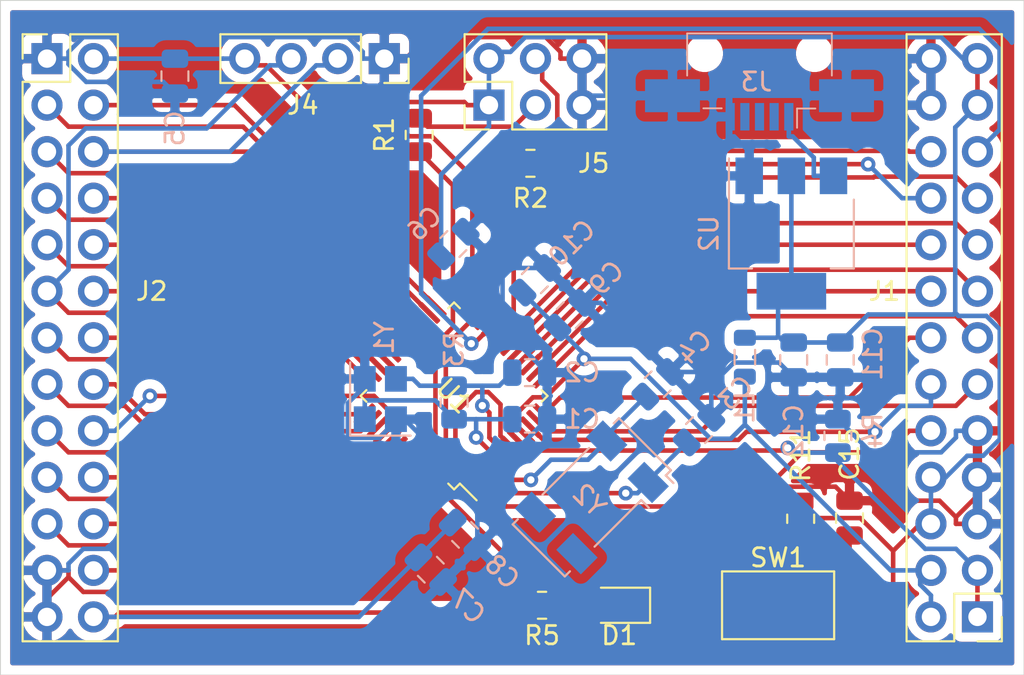
<source format=kicad_pcb>
(kicad_pcb (version 20171130) (host pcbnew 5.1.10)
  (layers (0 F.Cu signal) (31 B.Cu signal) (34 B.Paste user) (35 F.Paste user) (36 B.SilkS user) (37 F.SilkS user) (38 B.Mask user) (39 F.Mask user) (44 Edge.Cuts user))
  (net 0 "")
  (net 1 GND)
  (net 2 /RCC_OSC_IN)
  (net 3 /RCC_OSC_OUT)
  (net 4 /RCC_OSC32_IN)
  (net 5 /RCC_OSC32_OUT)
  (net 6 +3.3VA)
  (net 7 RESET)
  (net 8 "Net-(D1-Pad2)")
  (net 9 /BOOT0)
  (net 10 /BOOT1)
  (net 11 GNDA)
  (net 12 "Net-(U1-Pad1)")
  (net 13 "Net-(Y2-Pad3)")
  (net 14 "Net-(Y2-Pad2)")
  (net 15 +3V3)
  (net 16 /PA13)
  (net 17 /PB14)
  (net 18 /PB11)
  (net 19 /PB10)
  (net 20 /PB1)
  (net 21 /PB0)
  (net 22 /PA6)
  (net 23 /PA7)
  (net 24 /PA4)
  (net 25 /PA5)
  (net 26 /PA2)
  (net 27 /PA3)
  (net 28 /PA0)
  (net 29 /PA1)
  (net 30 /PC13)
  (net 31 /PB9)
  (net 32 /PB7)
  (net 33 /PB8)
  (net 34 /PB5)
  (net 35 /PB6)
  (net 36 /PB3)
  (net 37 /PB4)
  (net 38 /PA14)
  (net 39 /PA15)
  (net 40 /PF6)
  (net 41 /PF7)
  (net 42 /PA12)
  (net 43 /PA10)
  (net 44 /PA11)
  (net 45 /PA8)
  (net 46 /PA9)
  (net 47 /PB15)
  (net 48 /PB12)
  (net 49 /PB13)
  (net 50 VCC)
  (net 51 "Net-(J3-Pad2)")
  (net 52 "Net-(J3-Pad3)")
  (net 53 "Net-(J3-Pad4)")
  (net 54 "Net-(J5-Pad4)")
  (net 55 "Net-(J5-Pad3)")
  (module Connector_USB:USB_Mini-B_AdamTech_MUSB-B5-S-VT-TSMT-1_SMD_Vertical (layer B.Cu) (at 92.24 42.85 90)
    (fp_text reference J3 (at 0.305 -0.165) (layer B.SilkS) (effects (justify mirror)))
    (fp_text value USB_B_Mini hide)
    (pad 6 smd rect (at -0.45 4.75) (size 3 1.8) (layers B.Cu B.Paste B.Mask) (net 1 GND))
    (pad 6 smd rect (at -0.45 -4.75) (size 3 1.8) (layers B.Cu B.Paste B.Mask) (net 1 GND))
    (pad 1 smd rect (at -1.6 1.6) (size 0.5 1.5) (layers B.Cu B.Paste B.Mask) (net 50 VCC))
    (pad 2 smd rect (at -1.6 0.8) (size 0.5 1.5) (layers B.Cu B.Paste B.Mask) (net 51 "Net-(J3-Pad2)"))
    (pad 3 smd rect (at -1.6 0) (size 0.5 1.5) (layers B.Cu B.Paste B.Mask) (net 52 "Net-(J3-Pad3)"))
    (pad 4 smd rect (at -1.6 -0.8) (size 0.5 1.5) (layers B.Cu B.Paste B.Mask) (net 53 "Net-(J3-Pad4)"))
    (pad 5 smd rect (at -1.6 -1.6) (size 0.5 1.5) (layers B.Cu B.Paste B.Mask) (net 1 GND))
    (pad "" np_thru_hole circle (at 1.85 3) (size 1 1) (drill 1) (layers *.Cu *.Mask))
    (pad "" np_thru_hole circle (at 1.85 -3) (size 1 1) (drill 1) (layers *.Cu *.Mask))
  )
  (module Connector_PinHeader_2.54mm:PinHeader_2x13_P2.54mm_Vertical (layer F.Cu) (at 53.34 41.275)
    (fp_text reference J2 (at 5.715 12.7) (layer F.SilkS))
    (fp_text value Conn_02x13_Odd_Even hide)
    (pad 26 thru_hole oval (at 2.54 30.48) (size 1.7 1.7) (drill 1) (layers *.Cu *.Mask) (net 15 +3V3))
    (pad 25 thru_hole oval (at 0 30.48) (size 1.7 1.7) (drill 1) (layers *.Cu *.Mask) (net 1 GND))
    (pad 24 thru_hole oval (at 2.54 27.94) (size 1.7 1.7) (drill 1) (layers *.Cu *.Mask) (net 31 /PB9))
    (pad 23 thru_hole oval (at 0 27.94) (size 1.7 1.7) (drill 1) (layers *.Cu *.Mask) (net 1 GND))
    (pad 22 thru_hole oval (at 2.54 25.4) (size 1.7 1.7) (drill 1) (layers *.Cu *.Mask) (net 32 /PB7))
    (pad 21 thru_hole oval (at 0 25.4) (size 1.7 1.7) (drill 1) (layers *.Cu *.Mask) (net 33 /PB8))
    (pad 20 thru_hole oval (at 2.54 22.86) (size 1.7 1.7) (drill 1) (layers *.Cu *.Mask) (net 34 /PB5))
    (pad 19 thru_hole oval (at 0 22.86) (size 1.7 1.7) (drill 1) (layers *.Cu *.Mask) (net 35 /PB6))
    (pad 18 thru_hole oval (at 2.54 20.32) (size 1.7 1.7) (drill 1) (layers *.Cu *.Mask) (net 36 /PB3))
    (pad 17 thru_hole oval (at 0 20.32) (size 1.7 1.7) (drill 1) (layers *.Cu *.Mask) (net 37 /PB4))
    (pad 16 thru_hole oval (at 2.54 17.78) (size 1.7 1.7) (drill 1) (layers *.Cu *.Mask) (net 38 /PA14))
    (pad 15 thru_hole oval (at 0 17.78) (size 1.7 1.7) (drill 1) (layers *.Cu *.Mask) (net 39 /PA15))
    (pad 14 thru_hole oval (at 2.54 15.24) (size 1.7 1.7) (drill 1) (layers *.Cu *.Mask) (net 40 /PF6))
    (pad 13 thru_hole oval (at 0 15.24) (size 1.7 1.7) (drill 1) (layers *.Cu *.Mask) (net 41 /PF7))
    (pad 12 thru_hole oval (at 2.54 12.7) (size 1.7 1.7) (drill 1) (layers *.Cu *.Mask) (net 42 /PA12))
    (pad 11 thru_hole oval (at 0 12.7) (size 1.7 1.7) (drill 1) (layers *.Cu *.Mask) (net 16 /PA13))
    (pad 10 thru_hole oval (at 2.54 10.16) (size 1.7 1.7) (drill 1) (layers *.Cu *.Mask) (net 43 /PA10))
    (pad 9 thru_hole oval (at 0 10.16) (size 1.7 1.7) (drill 1) (layers *.Cu *.Mask) (net 44 /PA11))
    (pad 8 thru_hole oval (at 2.54 7.62) (size 1.7 1.7) (drill 1) (layers *.Cu *.Mask) (net 45 /PA8))
    (pad 7 thru_hole oval (at 0 7.62) (size 1.7 1.7) (drill 1) (layers *.Cu *.Mask) (net 46 /PA9))
    (pad 6 thru_hole oval (at 2.54 5.08) (size 1.7 1.7) (drill 1) (layers *.Cu *.Mask) (net 17 /PB14))
    (pad 5 thru_hole oval (at 0 5.08) (size 1.7 1.7) (drill 1) (layers *.Cu *.Mask) (net 47 /PB15))
    (pad 4 thru_hole oval (at 2.54 2.54) (size 1.7 1.7) (drill 1) (layers *.Cu *.Mask) (net 48 /PB12))
    (pad 3 thru_hole oval (at 0 2.54) (size 1.7 1.7) (drill 1) (layers *.Cu *.Mask) (net 49 /PB13))
    (pad 2 thru_hole oval (at 2.54 0) (size 1.7 1.7) (drill 1) (layers *.Cu *.Mask) (net 15 +3V3))
    (pad 1 thru_hole rect (at 0 0) (size 1.7 1.7) (drill 1) (layers *.Cu *.Mask) (net 1 GND))
  )
  (module Connector_PinHeader_2.54mm:PinHeader_2x13_P2.54mm_Vertical (layer F.Cu) (at 104.14 71.755 180)
    (fp_text reference J1 (at 5.08 17.78) (layer F.SilkS))
    (fp_text value Conn_02x13_Odd_Even hide)
    (pad 26 thru_hole oval (at 2.54 30.48 180) (size 1.7 1.7) (drill 1) (layers *.Cu *.Mask) (net 1 GND))
    (pad 25 thru_hole oval (at 0 30.48 180) (size 1.7 1.7) (drill 1) (layers *.Cu *.Mask) (net 15 +3V3))
    (pad 24 thru_hole oval (at 2.54 27.94 180) (size 1.7 1.7) (drill 1) (layers *.Cu *.Mask) (net 1 GND))
    (pad 23 thru_hole oval (at 0 27.94 180) (size 1.7 1.7) (drill 1) (layers *.Cu *.Mask) (net 15 +3V3))
    (pad 22 thru_hole oval (at 2.54 25.4 180) (size 1.7 1.7) (drill 1) (layers *.Cu *.Mask) (net 18 /PB11))
    (pad 21 thru_hole oval (at 0 25.4 180) (size 1.7 1.7) (drill 1) (layers *.Cu *.Mask) (net 19 /PB10))
    (pad 20 thru_hole oval (at 2.54 22.86 180) (size 1.7 1.7) (drill 1) (layers *.Cu *.Mask) (net 20 /PB1))
    (pad 19 thru_hole oval (at 0 22.86 180) (size 1.7 1.7) (drill 1) (layers *.Cu *.Mask) (net 21 /PB0))
    (pad 18 thru_hole oval (at 2.54 20.32 180) (size 1.7 1.7) (drill 1) (layers *.Cu *.Mask) (net 22 /PA6))
    (pad 17 thru_hole oval (at 0 20.32 180) (size 1.7 1.7) (drill 1) (layers *.Cu *.Mask) (net 23 /PA7))
    (pad 16 thru_hole oval (at 2.54 17.78 180) (size 1.7 1.7) (drill 1) (layers *.Cu *.Mask) (net 24 /PA4))
    (pad 15 thru_hole oval (at 0 17.78 180) (size 1.7 1.7) (drill 1) (layers *.Cu *.Mask) (net 25 /PA5))
    (pad 14 thru_hole oval (at 2.54 15.24 180) (size 1.7 1.7) (drill 1) (layers *.Cu *.Mask) (net 26 /PA2))
    (pad 13 thru_hole oval (at 0 15.24 180) (size 1.7 1.7) (drill 1) (layers *.Cu *.Mask) (net 27 /PA3))
    (pad 12 thru_hole oval (at 2.54 12.7 180) (size 1.7 1.7) (drill 1) (layers *.Cu *.Mask) (net 28 /PA0))
    (pad 11 thru_hole oval (at 0 12.7 180) (size 1.7 1.7) (drill 1) (layers *.Cu *.Mask) (net 29 /PA1))
    (pad 10 thru_hole oval (at 2.54 10.16 180) (size 1.7 1.7) (drill 1) (layers *.Cu *.Mask) (net 30 /PC13))
    (pad 9 thru_hole oval (at 0 10.16 180) (size 1.7 1.7) (drill 1) (layers *.Cu *.Mask) (net 1 GND))
    (pad 8 thru_hole oval (at 2.54 7.62 180) (size 1.7 1.7) (drill 1) (layers *.Cu *.Mask) (net 15 +3V3))
    (pad 7 thru_hole oval (at 0 7.62 180) (size 1.7 1.7) (drill 1) (layers *.Cu *.Mask) (net 1 GND))
    (pad 6 thru_hole oval (at 2.54 5.08 180) (size 1.7 1.7) (drill 1) (layers *.Cu *.Mask) (net 15 +3V3))
    (pad 5 thru_hole oval (at 0 5.08 180) (size 1.7 1.7) (drill 1) (layers *.Cu *.Mask) (net 1 GND))
    (pad 4 thru_hole oval (at 2.54 2.54 180) (size 1.7 1.7) (drill 1) (layers *.Cu *.Mask) (net 6 +3.3VA))
    (pad 3 thru_hole oval (at 0 2.54 180) (size 1.7 1.7) (drill 1) (layers *.Cu *.Mask) (net 11 GNDA))
    (pad 2 thru_hole oval (at 2.54 0 180) (size 1.7 1.7) (drill 1) (layers *.Cu *.Mask) (net 6 +3.3VA))
    (pad 1 thru_hole rect (at 0 0 180) (size 1.7 1.7) (drill 1) (layers *.Cu *.Mask) (net 11 GNDA))
  )
  (module Crystal:Crystal_SMD_3225-4Pin_3.2x2.5mm (layer B.Cu) (at 71.54 59.86 90)
    (fp_text reference Y1 (at 3.345 0.215 90) (layer B.SilkS) (effects (justify mirror)))
    (fp_text value 8M hide)
    (pad 4 smd rect (at -1.1 0.85 90) (size 1.4 1.2) (layers B.Cu B.Paste B.Mask) (net 1 GND))
    (pad 3 smd rect (at 1.1 0.85 90) (size 1.4 1.2) (layers B.Cu B.Paste B.Mask) (net 3 /RCC_OSC_OUT))
    (pad 2 smd rect (at 1.1 -0.85 90) (size 1.4 1.2) (layers B.Cu B.Paste B.Mask) (net 1 GND))
    (pad 1 smd rect (at -1.1 -0.85 90) (size 1.4 1.2) (layers B.Cu B.Paste B.Mask) (net 2 /RCC_OSC_IN))
  )
  (module Package_TO_SOT_SMD:SOT-223-3_TabPin2 (layer B.Cu) (at 93.98 50.825 270)
    (fp_text reference U2 (at 0 4.5 270) (layer B.SilkS) (effects (justify mirror)))
    (fp_text value AMS1117-3.3 hide)
    (pad 1 smd rect (at -3.15 2.3 270) (size 2 1.5) (layers B.Cu B.Paste B.Mask) (net 1 GND))
    (pad 3 smd rect (at -3.15 -2.3 270) (size 2 1.5) (layers B.Cu B.Paste B.Mask) (net 50 VCC))
    (pad 2 smd rect (at -3.15 0 270) (size 2 1.5) (layers B.Cu B.Paste B.Mask) (net 15 +3V3))
    (pad 2 smd rect (at 3.15 0 270) (size 2 3.8) (layers B.Cu B.Paste B.Mask) (net 15 +3V3))
  )
  (module Button_Switch_SMD:SW_SPST_CK_RS282G05A3 (layer F.Cu) (at 93.255 71.12)
    (fp_text reference SW1 (at 0 -2.6) (layer F.SilkS))
    (fp_text value SW_Push hide)
    (pad 2 smd rect (at 3.9 0) (size 1.5 1.5) (layers F.Cu F.Paste F.Mask) (net 7 RESET))
    (pad 1 smd rect (at -3.9 0) (size 1.5 1.5) (layers F.Cu F.Paste F.Mask) (net 1 GND))
  )
  (module Resistor_SMD:R_0805_2012Metric (layer F.Cu) (at 94.488 66.3975 90)
    (fp_text reference R11 (at 3.4525 0 90) (layer F.SilkS))
    (fp_text value 510R hide)
    (pad 2 smd roundrect (at 0.9125 0 90) (size 1.025 1.4) (layers F.Cu F.Paste F.Mask) (roundrect_rratio 0.2439014634146341) (net 15 +3V3))
    (pad 1 smd roundrect (at -0.9125 0 90) (size 1.025 1.4) (layers F.Cu F.Paste F.Mask) (roundrect_rratio 0.2439014634146341) (net 7 RESET))
  )
  (module Resistor_SMD:R_0805_2012Metric (layer F.Cu) (at 80.3675 71.12 180)
    (fp_text reference R5 (at 0 -1.65) (layer F.SilkS))
    (fp_text value 510R hide)
    (pad 2 smd roundrect (at 0.9125 0 180) (size 1.025 1.4) (layers F.Cu F.Paste F.Mask) (roundrect_rratio 0.2439014634146341) (net 15 +3V3))
    (pad 1 smd roundrect (at -0.9125 0 180) (size 1.025 1.4) (layers F.Cu F.Paste F.Mask) (roundrect_rratio 0.2439014634146341) (net 8 "Net-(D1-Pad2)"))
  )
  (module Resistor_SMD:R_0805_2012Metric (layer F.Cu) (at 79.7325 46.99)
    (fp_text reference R2 (at 0 1.905) (layer F.SilkS))
    (fp_text value 100K hide)
    (pad 2 smd roundrect (at 0.9125 0) (size 1.025 1.4) (layers F.Cu F.Paste F.Mask) (roundrect_rratio 0.2439014634146341) (net 54 "Net-(J5-Pad4)"))
    (pad 1 smd roundrect (at -0.9125 0) (size 1.025 1.4) (layers F.Cu F.Paste F.Mask) (roundrect_rratio 0.2439014634146341) (net 10 /BOOT1))
  )
  (module Resistor_SMD:R_0805_2012Metric (layer F.Cu) (at 73.66 45.4425 270)
    (fp_text reference R1 (at 0 1.905 90) (layer F.SilkS))
    (fp_text value 100K hide)
    (pad 2 smd roundrect (at 0.9125 0 270) (size 1.025 1.4) (layers F.Cu F.Paste F.Mask) (roundrect_rratio 0.2439014634146341) (net 9 /BOOT0))
    (pad 1 smd roundrect (at -0.9125 0 270) (size 1.025 1.4) (layers F.Cu F.Paste F.Mask) (roundrect_rratio 0.2439014634146341) (net 55 "Net-(J5-Pad3)"))
  )
  (module Connector_PinHeader_2.54mm:PinHeader_2x03_P2.54mm_Vertical (layer F.Cu) (at 77.47 43.815 90)
    (fp_text reference J5 (at -3.175 5.715 180) (layer F.SilkS))
    (fp_text value Conn_02x03_Odd_Even hide)
    (pad 6 thru_hole oval (at 2.54 5.08 90) (size 1.7 1.7) (drill 1) (layers *.Cu *.Mask) (net 1 GND))
    (pad 5 thru_hole oval (at 0 5.08 90) (size 1.7 1.7) (drill 1) (layers *.Cu *.Mask) (net 1 GND))
    (pad 4 thru_hole oval (at 2.54 2.54 90) (size 1.7 1.7) (drill 1) (layers *.Cu *.Mask) (net 54 "Net-(J5-Pad4)"))
    (pad 3 thru_hole oval (at 0 2.54 90) (size 1.7 1.7) (drill 1) (layers *.Cu *.Mask) (net 55 "Net-(J5-Pad3)"))
    (pad 2 thru_hole oval (at 2.54 0 90) (size 1.7 1.7) (drill 1) (layers *.Cu *.Mask) (net 15 +3V3))
    (pad 1 thru_hole rect (at 0 0 90) (size 1.7 1.7) (drill 1) (layers *.Cu *.Mask) (net 15 +3V3))
  )
  (module Connector_PinSocket_2.54mm:PinSocket_1x04_P2.54mm_Vertical (layer F.Cu) (at 71.755 41.275 270)
    (fp_text reference J4 (at 2.54 4.445 180) (layer F.SilkS))
    (fp_text value Conn_01x04 hide)
    (pad 4 thru_hole oval (at 0 7.62 270) (size 1.7 1.7) (drill 1) (layers *.Cu *.Mask) (net 15 +3V3))
    (pad 3 thru_hole oval (at 0 5.08 270) (size 1.7 1.7) (drill 1) (layers *.Cu *.Mask) (net 16 /PA13))
    (pad 2 thru_hole oval (at 0 2.54 270) (size 1.7 1.7) (drill 1) (layers *.Cu *.Mask) (net 17 /PB14))
    (pad 1 thru_hole rect (at 0 0 270) (size 1.7 1.7) (drill 1) (layers *.Cu *.Mask) (net 1 GND))
  )
  (module LED_SMD:LED_0805_2012Metric (layer F.Cu) (at 84.582 71.12 180)
    (fp_text reference D1 (at 0 -1.65) (layer F.SilkS))
    (fp_text value LED hide)
    (pad 2 smd roundrect (at 0.9375 0 180) (size 0.975 1.4) (layers F.Cu F.Paste F.Mask) (net 8 "Net-(D1-Pad2)"))
    (pad 1 smd roundrect (at -0.9375 0 180) (size 0.975 1.4) (layers F.Cu F.Paste F.Mask) (net 1 GND))
  )
  (module Capacitor_SMD:C_0805_2012Metric (layer F.Cu) (at 97.155 66.36 90)
    (fp_text reference C15 (at 3.49 0 90) (layer F.SilkS))
    (fp_text value 10pF hide)
    (pad 2 smd roundrect (at 0.95 0 90) (size 1 1.45) (layers F.Cu F.Paste F.Mask) (net 1 GND))
    (pad 1 smd roundrect (at -0.95 0 90) (size 1 1.45) (layers F.Cu F.Paste F.Mask) (net 7 RESET))
  )
  (module Capacitor_SMD:C_0805_2012Metric (layer B.Cu) (at 94.107 57.724 270)
    (fp_text reference C12 (at 3.871 0 270) (layer B.SilkS) (effects (justify mirror)))
    (fp_text value 0.1uF hide)
    (pad 2 smd roundrect (at 0.95 0 270) (size 1 1.45) (layers B.Cu B.Paste B.Mask) (net 1 GND))
    (pad 1 smd roundrect (at -0.95 0 270) (size 1 1.45) (layers B.Cu B.Paste B.Mask) (net 15 +3V3))
  )
  (module Capacitor_SMD:C_0805_2012Metric (layer B.Cu) (at 96.647 57.724 270)
    (fp_text reference C11 (at -0.32 -1.778 270) (layer B.SilkS) (effects (justify mirror)))
    (fp_text value 10uF hide)
    (pad 2 smd roundrect (at 0.95 0 270) (size 1 1.45) (layers B.Cu B.Paste B.Mask) (net 1 GND))
    (pad 1 smd roundrect (at -0.95 0 270) (size 1 1.45) (layers B.Cu B.Paste B.Mask) (net 15 +3V3))
  )
  (module Capacitor_SMD:C_0805_2012Metric (layer B.Cu) (at 79.9732 53.3768 45)
    (fp_text reference C10 (at 2.859999 0 45) (layer B.SilkS) (effects (justify mirror)))
    (fp_text value 10nF hide)
    (pad 2 smd roundrect (at 0.95 0 45) (size 1 1.45) (layers B.Cu B.Paste B.Mask) (net 1 GND))
    (pad 1 smd roundrect (at -0.95 0 45) (size 1 1.45) (layers B.Cu B.Paste B.Mask) (net 6 +3.3VA))
  )
  (module Capacitor_SMD:C_0805_2012Metric (layer B.Cu) (at 60.325 42.23 270)
    (fp_text reference C5 (at 2.855 0 90) (layer B.SilkS) (effects (justify mirror)))
    (fp_text value 0.1uF hide)
    (pad 2 smd roundrect (at 0.95 0 270) (size 1 1.45) (layers B.Cu B.Paste B.Mask) (net 1 GND))
    (pad 1 smd roundrect (at -0.95 0 270) (size 1 1.45) (layers B.Cu B.Paste B.Mask) (net 15 +3V3))
  )
  (module Crystal:Crystal_SMD_Abracon_ABS25-4Pin_8.0x3.8mm (layer B.Cu) (at 83.0859 65.2268 135)
    (fp_text reference Y2 (at 0 -0.209999 315) (layer B.SilkS) (effects (justify mirror)))
    (fp_text value 32768HZ hide)
    (pad 4 smd rect (at 1.6 2.75 225) (size 1.3 1.9) (layers B.Cu B.Paste B.Mask) (net 5 /RCC_OSC32_OUT))
    (pad 3 smd rect (at 1.6 -2.75 225) (size 1.3 1.9) (layers B.Cu B.Paste B.Mask) (net 13 "Net-(Y2-Pad3)"))
    (pad 2 smd rect (at -1.6 -2.75 225) (size 1.3 1.9) (layers B.Cu B.Paste B.Mask) (net 14 "Net-(Y2-Pad2)"))
    (pad 1 smd rect (at -1.6 2.75 225) (size 1.3 1.9) (layers B.Cu B.Paste B.Mask) (net 4 /RCC_OSC32_IN))
  )
  (module Package_QFP:LQFP-48_7x7mm_P0.5mm (layer F.Cu) (at 75.565 59.69 135)
    (fp_text reference U1 (at 0 0 135) (layer F.SilkS))
    (fp_text value STM32F031C6Tx hide)
    (pad 48 smd roundrect (at -2.75 -4.1625 135) (size 0.3 1.475) (layers F.Cu F.Paste F.Mask) (net 15 +3V3))
    (pad 47 smd roundrect (at -2.25 -4.1625 135) (size 0.3 1.475) (layers F.Cu F.Paste F.Mask) (net 1 GND))
    (pad 46 smd roundrect (at -1.75 -4.1625 135) (size 0.3 1.475) (layers F.Cu F.Paste F.Mask) (net 31 /PB9))
    (pad 45 smd roundrect (at -1.25 -4.1625 135) (size 0.3 1.475) (layers F.Cu F.Paste F.Mask) (net 33 /PB8))
    (pad 44 smd roundrect (at -0.75 -4.1625 135) (size 0.3 1.475) (layers F.Cu F.Paste F.Mask) (net 9 /BOOT0))
    (pad 43 smd roundrect (at -0.25 -4.1625 135) (size 0.3 1.475) (layers F.Cu F.Paste F.Mask) (net 32 /PB7))
    (pad 42 smd roundrect (at 0.25 -4.1625 135) (size 0.3 1.475) (layers F.Cu F.Paste F.Mask) (net 35 /PB6))
    (pad 41 smd roundrect (at 0.75 -4.1625 135) (size 0.3 1.475) (layers F.Cu F.Paste F.Mask) (net 34 /PB5))
    (pad 40 smd roundrect (at 1.25 -4.1625 135) (size 0.3 1.475) (layers F.Cu F.Paste F.Mask) (net 37 /PB4))
    (pad 39 smd roundrect (at 1.75 -4.1625 135) (size 0.3 1.475) (layers F.Cu F.Paste F.Mask) (net 36 /PB3))
    (pad 38 smd roundrect (at 2.25 -4.1625 135) (size 0.3 1.475) (layers F.Cu F.Paste F.Mask) (net 39 /PA15))
    (pad 37 smd roundrect (at 2.75 -4.1625 135) (size 0.3 1.475) (layers F.Cu F.Paste F.Mask) (net 38 /PA14))
    (pad 36 smd roundrect (at 4.1625 -2.75 135) (size 1.475 0.3) (layers F.Cu F.Paste F.Mask) (net 41 /PF7))
    (pad 35 smd roundrect (at 4.1625 -2.25 135) (size 1.475 0.3) (layers F.Cu F.Paste F.Mask) (net 40 /PF6))
    (pad 34 smd roundrect (at 4.1625 -1.75 135) (size 1.475 0.3) (layers F.Cu F.Paste F.Mask) (net 16 /PA13))
    (pad 33 smd roundrect (at 4.1625 -1.25 135) (size 1.475 0.3) (layers F.Cu F.Paste F.Mask) (net 42 /PA12))
    (pad 32 smd roundrect (at 4.1625 -0.75 135) (size 1.475 0.3) (layers F.Cu F.Paste F.Mask) (net 44 /PA11))
    (pad 31 smd roundrect (at 4.1625 -0.25 135) (size 1.475 0.3) (layers F.Cu F.Paste F.Mask) (net 43 /PA10))
    (pad 30 smd roundrect (at 4.1625 0.25 135) (size 1.475 0.3) (layers F.Cu F.Paste F.Mask) (net 46 /PA9))
    (pad 29 smd roundrect (at 4.1625 0.75 135) (size 1.475 0.3) (layers F.Cu F.Paste F.Mask) (net 45 /PA8))
    (pad 28 smd roundrect (at 4.1625 1.25 135) (size 1.475 0.3) (layers F.Cu F.Paste F.Mask) (net 47 /PB15))
    (pad 27 smd roundrect (at 4.1625 1.75 135) (size 1.475 0.3) (layers F.Cu F.Paste F.Mask) (net 17 /PB14))
    (pad 26 smd roundrect (at 4.1625 2.25 135) (size 1.475 0.3) (layers F.Cu F.Paste F.Mask) (net 49 /PB13))
    (pad 25 smd roundrect (at 4.1625 2.75 135) (size 1.475 0.3) (layers F.Cu F.Paste F.Mask) (net 48 /PB12))
    (pad 24 smd roundrect (at 2.75 4.1625 135) (size 0.3 1.475) (layers F.Cu F.Paste F.Mask) (net 15 +3V3))
    (pad 23 smd roundrect (at 2.25 4.1625 135) (size 0.3 1.475) (layers F.Cu F.Paste F.Mask) (net 1 GND))
    (pad 22 smd roundrect (at 1.75 4.1625 135) (size 0.3 1.475) (layers F.Cu F.Paste F.Mask) (net 18 /PB11))
    (pad 21 smd roundrect (at 1.25 4.1625 135) (size 0.3 1.475) (layers F.Cu F.Paste F.Mask) (net 19 /PB10))
    (pad 20 smd roundrect (at 0.75 4.1625 135) (size 0.3 1.475) (layers F.Cu F.Paste F.Mask) (net 10 /BOOT1))
    (pad 19 smd roundrect (at 0.25 4.1625 135) (size 0.3 1.475) (layers F.Cu F.Paste F.Mask) (net 20 /PB1))
    (pad 18 smd roundrect (at -0.25 4.1625 135) (size 0.3 1.475) (layers F.Cu F.Paste F.Mask) (net 21 /PB0))
    (pad 17 smd roundrect (at -0.75 4.1625 135) (size 0.3 1.475) (layers F.Cu F.Paste F.Mask) (net 23 /PA7))
    (pad 16 smd roundrect (at -1.25 4.1625 135) (size 0.3 1.475) (layers F.Cu F.Paste F.Mask) (net 22 /PA6))
    (pad 15 smd roundrect (at -1.75 4.1625 135) (size 0.3 1.475) (layers F.Cu F.Paste F.Mask) (net 25 /PA5))
    (pad 14 smd roundrect (at -2.25 4.1625 135) (size 0.3 1.475) (layers F.Cu F.Paste F.Mask) (net 24 /PA4))
    (pad 13 smd roundrect (at -2.75 4.1625 135) (size 0.3 1.475) (layers F.Cu F.Paste F.Mask) (net 27 /PA3))
    (pad 12 smd roundrect (at -4.1625 2.75 135) (size 1.475 0.3) (layers F.Cu F.Paste F.Mask) (net 26 /PA2))
    (pad 11 smd roundrect (at -4.1625 2.25 135) (size 1.475 0.3) (layers F.Cu F.Paste F.Mask) (net 29 /PA1))
    (pad 10 smd roundrect (at -4.1625 1.75 135) (size 1.475 0.3) (layers F.Cu F.Paste F.Mask) (net 28 /PA0))
    (pad 9 smd roundrect (at -4.1625 1.25 135) (size 1.475 0.3) (layers F.Cu F.Paste F.Mask) (net 6 +3.3VA))
    (pad 8 smd roundrect (at -4.1625 0.75 135) (size 1.475 0.3) (layers F.Cu F.Paste F.Mask) (net 11 GNDA))
    (pad 7 smd roundrect (at -4.1625 0.25 135) (size 1.475 0.3) (layers F.Cu F.Paste F.Mask) (net 7 RESET))
    (pad 6 smd roundrect (at -4.1625 -0.25 135) (size 1.475 0.3) (layers F.Cu F.Paste F.Mask) (net 3 /RCC_OSC_OUT))
    (pad 5 smd roundrect (at -4.1625 -0.75 135) (size 1.475 0.3) (layers F.Cu F.Paste F.Mask) (net 2 /RCC_OSC_IN))
    (pad 4 smd roundrect (at -4.1625 -1.25 135) (size 1.475 0.3) (layers F.Cu F.Paste F.Mask) (net 5 /RCC_OSC32_OUT))
    (pad 3 smd roundrect (at -4.1625 -1.75 135) (size 1.475 0.3) (layers F.Cu F.Paste F.Mask) (net 4 /RCC_OSC32_IN))
    (pad 2 smd roundrect (at -4.1625 -2.25 135) (size 1.475 0.3) (layers F.Cu F.Paste F.Mask) (net 30 /PC13))
    (pad 1 smd roundrect (at -4.1625 -2.75 135) (size 1.475 0.3) (layers F.Cu F.Paste F.Mask) (net 12 "Net-(U1-Pad1)"))
  )
  (module Resistor_SMD:R_0805_2012Metric (layer B.Cu) (at 96.52 61.8725 270)
    (fp_text reference R4 (at -0.2775 -1.905 90) (layer B.SilkS) (effects (justify mirror)))
    (fp_text value 0R hide)
    (pad 2 smd roundrect (at 0.9125 0 270) (size 1.025 1.4) (layers B.Cu B.Paste B.Mask) (roundrect_rratio 0.2439014634146341) (net 11 GNDA))
    (pad 1 smd roundrect (at -0.9125 0 270) (size 1.025 1.4) (layers B.Cu B.Paste B.Mask) (roundrect_rratio 0.2439014634146341) (net 1 GND))
  )
  (module Resistor_SMD:R_0805_2012Metric (layer B.Cu) (at 75.565 60.0475 270)
    (fp_text reference R3 (at -2.8975 0 90) (layer B.SilkS) (effects (justify mirror)))
    (fp_text value 10M hide)
    (pad 2 smd roundrect (at 0.9125 0 270) (size 1.025 1.4) (layers B.Cu B.Paste B.Mask) (roundrect_rratio 0.2439014634146341) (net 2 /RCC_OSC_IN))
    (pad 1 smd roundrect (at -0.9125 0 270) (size 1.025 1.4) (layers B.Cu B.Paste B.Mask) (roundrect_rratio 0.2439014634146341) (net 3 /RCC_OSC_OUT))
  )
  (module Inductor_SMD:L_0805_2012Metric (layer B.Cu) (at 91.44 57.5775 270)
    (fp_text reference L1 (at 2.7475 0 270) (layer B.SilkS) (effects (justify mirror)))
    (fp_text value 10uH hide)
    (pad 2 smd roundrect (at 1.0625 0 270) (size 0.875 1.2) (layers B.Cu B.Paste B.Mask) (net 6 +3.3VA))
    (pad 1 smd roundrect (at -1.0625 0 270) (size 0.875 1.2) (layers B.Cu B.Paste B.Mask) (net 15 +3V3))
  )
  (module Capacitor_SMD:C_0805_2012Metric (layer B.Cu) (at 81.8782 55.2818 45)
    (fp_text reference C9 (at 2.855 0 45) (layer B.SilkS) (effects (justify mirror)))
    (fp_text value 1uF hide)
    (pad 2 smd roundrect (at 0.95 0 45) (size 1 1.45) (layers B.Cu B.Paste B.Mask) (net 1 GND))
    (pad 1 smd roundrect (at -0.95 0 45) (size 1 1.45) (layers B.Cu B.Paste B.Mask) (net 6 +3.3VA))
  )
  (module Capacitor_SMD:C_0805_2012Metric (layer B.Cu) (at 76.1632 67.2732 315)
    (fp_text reference C8 (at 2.855 0 135) (layer B.SilkS) (effects (justify mirror)))
    (fp_text value 0.1uF hide)
    (pad 2 smd roundrect (at 0.95 0 315) (size 1 1.45) (layers B.Cu B.Paste B.Mask) (net 1 GND))
    (pad 1 smd roundrect (at -0.95 0 315) (size 1 1.45) (layers B.Cu B.Paste B.Mask) (net 15 +3V3))
  )
  (module Capacitor_SMD:C_0805_2012Metric (layer B.Cu) (at 74.295 69.1782 315)
    (fp_text reference C7 (at 2.855 0 135) (layer B.SilkS) (effects (justify mirror)))
    (fp_text value 4.7uF hide)
    (pad 2 smd roundrect (at 0.95 0 315) (size 1 1.45) (layers B.Cu B.Paste B.Mask) (net 1 GND))
    (pad 1 smd roundrect (at -0.95 0 315) (size 1 1.45) (layers B.Cu B.Paste B.Mask) (net 15 +3V3))
  )
  (module Capacitor_SMD:C_0805_2012Metric (layer B.Cu) (at 75.5282 51.3982 45)
    (fp_text reference C6 (at -0.32 -1.905 45) (layer B.SilkS) (effects (justify mirror)))
    (fp_text value 0.1uF hide)
    (pad 2 smd roundrect (at 0.95 0 45) (size 1 1.45) (layers B.Cu B.Paste B.Mask) (net 1 GND))
    (pad 1 smd roundrect (at -0.95 0 45) (size 1 1.45) (layers B.Cu B.Paste B.Mask) (net 15 +3V3))
  )
  (module Capacitor_SMD:C_0805_2012Metric (layer B.Cu) (at 86.68 59.055 225)
    (fp_text reference C4 (at -2.859999 0 225) (layer B.SilkS) (effects (justify mirror)))
    (fp_text value 20pF hide)
    (pad 2 smd roundrect (at 0.95 0 225) (size 1 1.45) (layers B.Cu B.Paste B.Mask) (net 5 /RCC_OSC32_OUT))
    (pad 1 smd roundrect (at -0.95 0 225) (size 1 1.45) (layers B.Cu B.Paste B.Mask) (net 1 GND))
  )
  (module Capacitor_SMD:C_0805_2012Metric (layer B.Cu) (at 88.9368 61.5582 225)
    (fp_text reference C3 (at -2.859999 0 225) (layer B.SilkS) (effects (justify mirror)))
    (fp_text value 20pF hide)
    (pad 2 smd roundrect (at 0.95 0 225) (size 1 1.45) (layers B.Cu B.Paste B.Mask) (net 4 /RCC_OSC32_IN))
    (pad 1 smd roundrect (at -0.95 0 225) (size 1 1.45) (layers B.Cu B.Paste B.Mask) (net 1 GND))
  )
  (module Capacitor_SMD:C_0805_2012Metric (layer B.Cu) (at 79.695 58.42 180)
    (fp_text reference C2 (at -2.86 0) (layer B.SilkS) (effects (justify mirror)))
    (fp_text value 20pF hide)
    (pad 2 smd roundrect (at 0.95 0 180) (size 1 1.45) (layers B.Cu B.Paste B.Mask) (net 3 /RCC_OSC_OUT))
    (pad 1 smd roundrect (at -0.95 0 180) (size 1 1.45) (layers B.Cu B.Paste B.Mask) (net 1 GND))
  )
  (module Capacitor_SMD:C_0805_2012Metric (layer B.Cu) (at 79.695 60.96 180)
    (fp_text reference C1 (at -2.86 0) (layer B.SilkS) (effects (justify mirror)))
    (fp_text value 20pF hide)
    (pad 2 smd roundrect (at 0.95 0 180) (size 1 1.45) (layers B.Cu B.Paste B.Mask) (net 2 /RCC_OSC_IN))
    (pad 1 smd roundrect (at -0.95 0 180) (size 1 1.45) (layers B.Cu B.Paste B.Mask) (net 1 GND))
  )
  (gr_line (start 50.8 74.93) (end 50.8 38.1) (layer Edge.Cuts) (width 0.05))
  (gr_line (start 106.68 74.93) (end 50.8 74.93) (layer Edge.Cuts) (width 0.05))
  (gr_line (start 106.68 38.1) (end 106.68 74.93) (layer Edge.Cuts) (width 0.05))
  (gr_line (start 50.8 38.1) (end 106.68 38.1) (layer Edge.Cuts) (width 0.05))
  (segment (start 102.9647 66.3077) (end 102.067 65.41) (width 0.25) (layer F.Cu) (net 1))
  (segment (start 102.067 65.41) (end 97.155 65.41) (width 0.25) (layer F.Cu) (net 1))
  (segment (start 102.9647 66.675) (end 102.9647 66.3077) (width 0.25) (layer F.Cu) (net 1))
  (segment (start 104.14 65.3103) (end 103.9621 65.3103) (width 0.25) (layer F.Cu) (net 1))
  (segment (start 103.9621 65.3103) (end 102.9647 66.3077) (width 0.25) (layer F.Cu) (net 1))
  (segment (start 104.14 64.135) (end 104.14 65.3103) (width 0.25) (layer F.Cu) (net 1))
  (segment (start 104.14 61.595) (end 104.14 64.135) (width 0.25) (layer F.Cu) (net 1))
  (segment (start 97.155 65.41) (end 96.3911 64.6461) (width 0.25) (layer F.Cu) (net 1))
  (segment (start 96.3911 64.6461) (end 93.8007 64.6461) (width 0.25) (layer F.Cu) (net 1))
  (segment (start 93.8007 64.6461) (end 89.355 69.0918) (width 0.25) (layer F.Cu) (net 1))
  (segment (start 89.355 69.0918) (end 89.355 71.12) (width 0.25) (layer F.Cu) (net 1))
  (segment (start 78.2119 52.705) (end 76.2333 50.7264) (width 0.25) (layer B.Cu) (net 1))
  (segment (start 76.2333 50.7264) (end 76.2 50.7264) (width 0.25) (layer B.Cu) (net 1))
  (segment (start 80.645 58.42) (end 78.2119 55.9869) (width 0.25) (layer B.Cu) (net 1))
  (segment (start 78.2119 55.9869) (end 78.2119 52.705) (width 0.25) (layer B.Cu) (net 1))
  (segment (start 80.645 52.705) (end 78.2119 52.705) (width 0.25) (layer B.Cu) (net 1))
  (segment (start 82.55 43.815) (end 82.55 50.8) (width 0.25) (layer B.Cu) (net 1))
  (segment (start 82.55 50.8) (end 80.645 52.705) (width 0.25) (layer B.Cu) (net 1))
  (segment (start 80.645 60.96) (end 80.645 58.42) (width 0.25) (layer B.Cu) (net 1))
  (segment (start 60.325 43.18) (end 59.69 42.545) (width 0.25) (layer B.Cu) (net 1))
  (segment (start 59.69 42.545) (end 55.4813 42.545) (width 0.25) (layer B.Cu) (net 1))
  (segment (start 55.4813 42.545) (end 54.5153 41.579) (width 0.25) (layer B.Cu) (net 1))
  (segment (start 54.5153 41.579) (end 54.5153 41.275) (width 0.25) (layer B.Cu) (net 1))
  (segment (start 53.34 41.275) (end 54.5153 41.275) (width 0.25) (layer B.Cu) (net 1))
  (segment (start 71.755 41.275) (end 70.5797 41.275) (width 0.25) (layer B.Cu) (net 1))
  (segment (start 70.5797 41.275) (end 70.5797 40.9077) (width 0.25) (layer B.Cu) (net 1))
  (segment (start 70.5797 40.9077) (end 69.7717 40.0997) (width 0.25) (layer B.Cu) (net 1))
  (segment (start 69.7717 40.0997) (end 55.3232 40.0997) (width 0.25) (layer B.Cu) (net 1))
  (segment (start 55.3232 40.0997) (end 54.5153 40.9076) (width 0.25) (layer B.Cu) (net 1))
  (segment (start 54.5153 40.9076) (end 54.5153 41.275) (width 0.25) (layer B.Cu) (net 1))
  (segment (start 71.755 41.275) (end 72.9303 41.275) (width 0.25) (layer F.Cu) (net 1))
  (segment (start 82.55 41.275) (end 81.3747 41.275) (width 0.25) (layer F.Cu) (net 1))
  (segment (start 81.3747 41.275) (end 81.3747 40.9077) (width 0.25) (layer F.Cu) (net 1))
  (segment (start 81.3747 40.9077) (end 80.5667 40.0997) (width 0.25) (layer F.Cu) (net 1))
  (segment (start 80.5667 40.0997) (end 74.1056 40.0997) (width 0.25) (layer F.Cu) (net 1))
  (segment (start 74.1056 40.0997) (end 72.9303 41.275) (width 0.25) (layer F.Cu) (net 1))
  (segment (start 69.7646 61.8782) (end 69.7646 60.0852) (width 0.25) (layer B.Cu) (net 1))
  (segment (start 69.7646 60.0852) (end 70.39 59.4598) (width 0.25) (layer B.Cu) (net 1))
  (segment (start 70.39 59.4598) (end 70.69 59.4598) (width 0.25) (layer B.Cu) (net 1))
  (segment (start 72.5057 60.96) (end 71.4803 61.9854) (width 0.25) (layer B.Cu) (net 1))
  (segment (start 71.4803 61.9854) (end 69.8718 61.9854) (width 0.25) (layer B.Cu) (net 1))
  (segment (start 69.8718 61.9854) (end 69.7646 61.8782) (width 0.25) (layer B.Cu) (net 1))
  (segment (start 54.5153 69.215) (end 54.5153 68.8476) (width 0.25) (layer B.Cu) (net 1))
  (segment (start 54.5153 68.8476) (end 55.3232 68.0397) (width 0.25) (layer B.Cu) (net 1))
  (segment (start 55.3232 68.0397) (end 63.6031 68.0397) (width 0.25) (layer B.Cu) (net 1))
  (segment (start 63.6031 68.0397) (end 69.7646 61.8782) (width 0.25) (layer B.Cu) (net 1))
  (segment (start 70.69 58.76) (end 70.69 59.4598) (width 0.25) (layer B.Cu) (net 1))
  (segment (start 72.5057 60.96) (end 72.8527 60.96) (width 0.25) (layer B.Cu) (net 1))
  (segment (start 72.39 60.96) (end 72.5057 60.96) (width 0.25) (layer B.Cu) (net 1))
  (segment (start 53.34 69.215) (end 54.5153 69.215) (width 0.25) (layer B.Cu) (net 1))
  (segment (start 104.14 66.675) (end 102.9647 66.675) (width 0.25) (layer F.Cu) (net 1))
  (segment (start 82.55 43.3) (end 82.55 43.815) (width 0.25) (layer B.Cu) (net 1))
  (segment (start 82.55 54.61) (end 80.645 52.705) (width 0.25) (layer B.Cu) (net 1))
  (segment (start 76.9173 55.1557) (end 75.114 56.959) (width 0.25) (layer F.Cu) (net 1))
  (segment (start 75.114 56.959) (end 75.114 63.323) (width 0.25) (layer F.Cu) (net 1))
  (segment (start 75.114 63.323) (end 74.2127 64.2243) (width 0.25) (layer F.Cu) (net 1))
  (segment (start 72.8527 60.96) (end 76.6627 64.77) (width 0.25) (layer B.Cu) (net 1))
  (segment (start 76.6627 64.77) (end 76.835 64.77) (width 0.25) (layer B.Cu) (net 1))
  (segment (start 76.835 64.77) (end 76.835 67.945) (width 0.25) (layer B.Cu) (net 1))
  (segment (start 80.645 60.96) (end 76.835 64.77) (width 0.25) (layer B.Cu) (net 1))
  (segment (start 54.5153 69.5824) (end 55.3232 70.3903) (width 0.25) (layer F.Cu) (net 1))
  (segment (start 55.3232 70.3903) (end 68.0467 70.3903) (width 0.25) (layer F.Cu) (net 1))
  (segment (start 68.0467 70.3903) (end 74.2127 64.2243) (width 0.25) (layer F.Cu) (net 1))
  (segment (start 87.3518 58.3832) (end 83.5786 54.61) (width 0.25) (layer B.Cu) (net 1))
  (segment (start 83.5786 54.61) (end 82.55 54.61) (width 0.25) (layer B.Cu) (net 1))
  (segment (start 87.3518 58.3832) (end 88.891 58.3832) (width 0.25) (layer B.Cu) (net 1))
  (segment (start 88.891 58.3832) (end 89.6086 59.1008) (width 0.25) (layer B.Cu) (net 1))
  (segment (start 96.52 60.96) (end 98.3303 62.7703) (width 0.25) (layer B.Cu) (net 1))
  (segment (start 98.3303 62.7703) (end 102.1568 62.7703) (width 0.25) (layer B.Cu) (net 1))
  (segment (start 102.1568 62.7703) (end 102.9647 61.9624) (width 0.25) (layer B.Cu) (net 1))
  (segment (start 102.9647 61.9624) (end 102.9647 61.595) (width 0.25) (layer B.Cu) (net 1))
  (segment (start 96.52 58.801) (end 96.52 60.96) (width 0.25) (layer B.Cu) (net 1))
  (segment (start 104.14 61.595) (end 102.9647 61.595) (width 0.25) (layer B.Cu) (net 1))
  (segment (start 76.835 67.945) (end 74.9668 69.8132) (width 0.25) (layer B.Cu) (net 1))
  (segment (start 74.9668 69.8132) (end 74.9668 69.85) (width 0.25) (layer B.Cu) (net 1))
  (segment (start 82.55 43.3) (end 82.55 41.275) (width 0.25) (layer B.Cu) (net 1))
  (segment (start 82.55 43.3) (end 85.6647 43.3) (width 0.25) (layer B.Cu) (net 1))
  (segment (start 87.49 43.3) (end 85.6647 43.3) (width 0.25) (layer B.Cu) (net 1))
  (segment (start 99.3625 42.7528) (end 100.4247 41.6906) (width 0.25) (layer B.Cu) (net 1))
  (segment (start 100.4247 41.6906) (end 100.4247 41.275) (width 0.25) (layer B.Cu) (net 1))
  (segment (start 98.8153 43.3) (end 99.3625 42.7528) (width 0.25) (layer B.Cu) (net 1))
  (segment (start 99.3625 42.7528) (end 100.4247 43.815) (width 0.25) (layer B.Cu) (net 1))
  (segment (start 101.6 43.815) (end 100.4247 43.815) (width 0.25) (layer B.Cu) (net 1))
  (segment (start 94.107 58.674) (end 96.393 58.674) (width 0.25) (layer B.Cu) (net 1))
  (segment (start 96.393 58.674) (end 96.52 58.801) (width 0.25) (layer B.Cu) (net 1))
  (segment (start 89.6086 59.1008) (end 90.8406 57.8688) (width 0.25) (layer B.Cu) (net 1))
  (segment (start 90.8406 57.8688) (end 93.3018 57.8688) (width 0.25) (layer B.Cu) (net 1))
  (segment (start 93.3018 57.8688) (end 94.107 58.674) (width 0.25) (layer B.Cu) (net 1))
  (segment (start 96.647 58.674) (end 96.52 58.801) (width 0.25) (layer B.Cu) (net 1))
  (segment (start 96.99 43.3) (end 95.1647 43.3) (width 0.25) (layer B.Cu) (net 1))
  (segment (start 90.64 43.3747) (end 90.7147 43.3) (width 0.25) (layer B.Cu) (net 1))
  (segment (start 90.7147 43.3) (end 95.1647 43.3) (width 0.25) (layer B.Cu) (net 1))
  (segment (start 90.64 43.4873) (end 90.64 43.3747) (width 0.25) (layer B.Cu) (net 1))
  (segment (start 90.64 44.45) (end 90.64 43.4873) (width 0.25) (layer B.Cu) (net 1))
  (segment (start 87.49 43.3) (end 90.5653 43.3) (width 0.25) (layer B.Cu) (net 1))
  (segment (start 90.5653 43.3) (end 90.64 43.3747) (width 0.25) (layer B.Cu) (net 1))
  (segment (start 90.64 44.45) (end 90.64 45.5253) (width 0.25) (layer B.Cu) (net 1))
  (segment (start 91.68 47.675) (end 91.68 46.3497) (width 0.25) (layer B.Cu) (net 1))
  (segment (start 90.64 45.5253) (end 90.8556 45.5253) (width 0.25) (layer B.Cu) (net 1))
  (segment (start 90.8556 45.5253) (end 91.68 46.3497) (width 0.25) (layer B.Cu) (net 1))
  (segment (start 89.6086 60.8864) (end 89.6086 59.1008) (width 0.25) (layer B.Cu) (net 1))
  (segment (start 54.5153 69.5824) (end 53.518 70.5797) (width 0.25) (layer F.Cu) (net 1))
  (segment (start 53.518 70.5797) (end 53.34 70.5797) (width 0.25) (layer F.Cu) (net 1))
  (segment (start 53.34 71.755) (end 53.34 70.5797) (width 0.25) (layer F.Cu) (net 1))
  (segment (start 101.6 41.275) (end 100.4247 41.275) (width 0.25) (layer B.Cu) (net 1))
  (segment (start 96.99 43.3) (end 98.8153 43.3) (width 0.25) (layer B.Cu) (net 1))
  (segment (start 85.5195 71.12) (end 88.2797 71.12) (width 0.25) (layer F.Cu) (net 1))
  (segment (start 89.355 71.12) (end 88.2797 71.12) (width 0.25) (layer F.Cu) (net 1))
  (segment (start 54.5153 69.5824) (end 54.5153 69.215) (width 0.25) (layer F.Cu) (net 1))
  (segment (start 53.34 69.215) (end 54.5153 69.215) (width 0.25) (layer F.Cu) (net 1))
  (segment (start 70.69 60.96) (end 70.69 59.9347) (width 0.25) (layer B.Cu) (net 2))
  (segment (start 75.565 60.96) (end 74.5397 59.9347) (width 0.25) (layer B.Cu) (net 2))
  (segment (start 74.5397 59.9347) (end 70.69 59.9347) (width 0.25) (layer B.Cu) (net 2))
  (segment (start 76.7691 60.96) (end 75.565 60.96) (width 0.25) (layer B.Cu) (net 2))
  (segment (start 78.745 60.96) (end 76.7691 60.96) (width 0.25) (layer B.Cu) (net 2))
  (segment (start 76.7691 60.96) (end 76.7691 61.9548) (width 0.25) (layer B.Cu) (net 2))
  (segment (start 77.978 63.1637) (end 76.7691 61.9548) (width 0.25) (layer F.Cu) (net 2))
  (via (at 76.7691 61.9548) (size 0.8) (layers F.Cu B.Cu) (net 2))
  (segment (start 78.3316 62.8101) (end 77.4944 61.9729) (width 0.25) (layer F.Cu) (net 3))
  (segment (start 77.4944 61.9729) (end 77.4944 60.607) (width 0.25) (layer F.Cu) (net 3))
  (segment (start 77.4944 60.607) (end 77.108 60.2206) (width 0.25) (layer F.Cu) (net 3))
  (segment (start 77.108 59.135) (end 77.108 60.2206) (width 0.25) (layer B.Cu) (net 3))
  (segment (start 77.108 59.135) (end 75.565 59.135) (width 0.25) (layer B.Cu) (net 3))
  (segment (start 78.745 58.42) (end 78.03 59.135) (width 0.25) (layer B.Cu) (net 3))
  (segment (start 78.03 59.135) (end 77.108 59.135) (width 0.25) (layer B.Cu) (net 3))
  (segment (start 72.39 58.76) (end 73.3153 58.76) (width 0.25) (layer B.Cu) (net 3))
  (segment (start 75.565 59.135) (end 73.6903 59.135) (width 0.25) (layer B.Cu) (net 3))
  (segment (start 73.6903 59.135) (end 73.3153 58.76) (width 0.25) (layer B.Cu) (net 3))
  (via (at 77.108 60.2206) (size 0.8) (layers F.Cu B.Cu) (net 3))
  (segment (start 84.9363 64.9988) (end 78.3989 64.9988) (width 0.25) (layer F.Cu) (net 4))
  (segment (start 78.3989 64.9988) (end 77.2709 63.8708) (width 0.25) (layer F.Cu) (net 4))
  (via (at 84.9363 64.9988) (size 0.8) (layers F.Cu B.Cu) (net 4))
  (segment (start 85.576641 64.9988) (end 86.161814 64.413627) (width 0.25) (layer B.Cu) (net 4))
  (segment (start 84.9363 64.9988) (end 85.576641 64.9988) (width 0.25) (layer B.Cu) (net 4))
  (segment (start 86.161814 64.333186) (end 86.161814 64.413627) (width 0.25) (layer B.Cu) (net 4))
  (segment (start 88.265049 62.229951) (end 86.161814 64.333186) (width 0.25) (layer B.Cu) (net 4))
  (segment (start 77.6244 63.5172) (end 78.3806 64.2734) (width 0.25) (layer F.Cu) (net 5))
  (segment (start 78.3806 64.2734) (end 79.7562 64.2734) (width 0.25) (layer F.Cu) (net 5))
  (via (at 79.7562 64.2734) (size 0.8) (layers F.Cu B.Cu) (net 5))
  (segment (start 82.875559 63.1744) (end 83.899073 62.150886) (width 0.25) (layer B.Cu) (net 5))
  (segment (start 80.8552 63.1744) (end 82.875559 63.1744) (width 0.25) (layer B.Cu) (net 5))
  (segment (start 79.7562 64.2734) (end 80.8552 63.1744) (width 0.25) (layer B.Cu) (net 5))
  (segment (start 83.899073 61.835927) (end 83.899073 62.150886) (width 0.25) (layer B.Cu) (net 5))
  (segment (start 86.008249 59.726751) (end 83.899073 61.835927) (width 0.25) (layer B.Cu) (net 5))
  (segment (start 91.44 61.2556) (end 90.6674 62.0282) (width 0.25) (layer B.Cu) (net 6))
  (segment (start 90.6674 62.0282) (end 89.5644 62.0282) (width 0.25) (layer B.Cu) (net 6))
  (segment (start 89.5644 62.0282) (end 85.2023 57.6661) (width 0.25) (layer B.Cu) (net 6))
  (segment (start 85.2023 57.6661) (end 82.657 57.6661) (width 0.25) (layer B.Cu) (net 6))
  (segment (start 82.657 57.6661) (end 82.657 57.4042) (width 0.25) (layer B.Cu) (net 6))
  (segment (start 82.657 57.4042) (end 81.2064 55.9536) (width 0.25) (layer B.Cu) (net 6))
  (segment (start 79.3922 61.7494) (end 78.8166 61.1738) (width 0.25) (layer F.Cu) (net 6))
  (segment (start 78.8166 61.1738) (end 78.8166 60.8192) (width 0.25) (layer F.Cu) (net 6))
  (segment (start 78.8166 60.8192) (end 79.8689 59.7669) (width 0.25) (layer F.Cu) (net 6))
  (segment (start 79.8689 59.7669) (end 80.5562 59.7669) (width 0.25) (layer F.Cu) (net 6))
  (segment (start 80.5562 59.7669) (end 82.657 57.6661) (width 0.25) (layer F.Cu) (net 6))
  (segment (start 91.44 58.64) (end 91.44 61.2556) (width 0.25) (layer B.Cu) (net 6))
  (segment (start 91.44 61.2556) (end 99.3994 69.215) (width 0.25) (layer B.Cu) (net 6))
  (segment (start 99.3994 69.215) (end 101.0124 69.215) (width 0.25) (layer B.Cu) (net 6))
  (segment (start 81.2064 55.9536) (end 79.3014 54.0486) (width 0.25) (layer B.Cu) (net 6))
  (segment (start 101.6 71.755) (end 101.6 70.5797) (width 0.25) (layer B.Cu) (net 6))
  (segment (start 101.0124 69.215) (end 101.0124 69.9921) (width 0.25) (layer B.Cu) (net 6))
  (segment (start 101.0124 69.9921) (end 101.6 70.5797) (width 0.25) (layer B.Cu) (net 6))
  (segment (start 101.6 69.215) (end 101.0124 69.215) (width 0.25) (layer B.Cu) (net 6))
  (via (at 82.657 57.6661) (size 0.8) (layers F.Cu B.Cu) (net 6))
  (segment (start 78.6851 62.4566) (end 78.0991 61.8706) (width 0.25) (layer F.Cu) (net 7))
  (segment (start 78.0991 61.8706) (end 78.0991 60.1521) (width 0.25) (layer F.Cu) (net 7))
  (segment (start 78.0991 60.1521) (end 77.4287 59.4817) (width 0.25) (layer F.Cu) (net 7))
  (segment (start 77.4287 59.4817) (end 76.7677 59.4817) (width 0.25) (layer F.Cu) (net 7))
  (segment (start 76.7677 59.4817) (end 75.6389 60.6105) (width 0.25) (layer F.Cu) (net 7))
  (segment (start 75.6389 60.6105) (end 75.6389 64.3793) (width 0.25) (layer F.Cu) (net 7))
  (segment (start 75.6389 64.3793) (end 80.3674 69.1078) (width 0.25) (layer F.Cu) (net 7))
  (segment (start 80.3674 69.1078) (end 80.3674 71.7349) (width 0.25) (layer F.Cu) (net 7))
  (segment (start 80.3674 71.7349) (end 80.8278 72.1953) (width 0.25) (layer F.Cu) (net 7))
  (segment (start 80.8278 72.1953) (end 90.2398 72.1953) (width 0.25) (layer F.Cu) (net 7))
  (segment (start 90.2398 72.1953) (end 94.488 67.9471) (width 0.25) (layer F.Cu) (net 7))
  (segment (start 94.488 67.9471) (end 94.488 67.31) (width 0.25) (layer F.Cu) (net 7))
  (segment (start 97.155 67.31) (end 94.488 67.31) (width 0.25) (layer F.Cu) (net 7))
  (segment (start 97.155 67.31) (end 97.155 70.0447) (width 0.25) (layer F.Cu) (net 7))
  (segment (start 97.155 71.12) (end 97.155 70.0447) (width 0.25) (layer F.Cu) (net 7))
  (segment (start 83.6445 71.12) (end 81.28 71.12) (width 0.25) (layer F.Cu) (net 8))
  (segment (start 73.152 63.1637) (end 74.5489 61.7668) (width 0.25) (layer F.Cu) (net 9))
  (segment (start 74.5489 61.7668) (end 74.5489 56.8872) (width 0.25) (layer F.Cu) (net 9))
  (segment (start 74.5489 56.8872) (end 75.5015 55.9346) (width 0.25) (layer F.Cu) (net 9))
  (segment (start 75.5015 55.9346) (end 75.5015 48.1965) (width 0.25) (layer F.Cu) (net 9))
  (segment (start 75.5015 48.1965) (end 73.66 46.355) (width 0.25) (layer F.Cu) (net 9))
  (segment (start 77.978 56.2163) (end 78.82 55.3743) (width 0.25) (layer F.Cu) (net 10))
  (segment (start 78.82 55.3743) (end 78.82 46.99) (width 0.25) (layer F.Cu) (net 10))
  (segment (start 79.0387 62.103) (end 79.6074 62.6717) (width 0.25) (layer F.Cu) (net 11))
  (segment (start 79.6074 62.6717) (end 93.6415 62.6717) (width 0.25) (layer F.Cu) (net 11))
  (segment (start 93.6415 62.6717) (end 93.782 62.5312) (width 0.25) (layer F.Cu) (net 11))
  (segment (start 96.52 62.785) (end 94.0358 62.785) (width 0.25) (layer B.Cu) (net 11))
  (segment (start 94.0358 62.785) (end 93.782 62.5312) (width 0.25) (layer B.Cu) (net 11))
  (segment (start 104.14 71.755) (end 104.14 69.215) (width 0.25) (layer F.Cu) (net 11))
  (via (at 93.782 62.5312) (size 0.8) (layers F.Cu B.Cu) (net 11))
  (segment (start 102.9647 68.0397) (end 104.14 69.215) (width 0.25) (layer B.Cu) (net 11))
  (segment (start 101.2881 68.0397) (end 102.9647 68.0397) (width 0.25) (layer B.Cu) (net 11))
  (segment (start 96.52 63.2716) (end 101.2881 68.0397) (width 0.25) (layer B.Cu) (net 11))
  (segment (start 96.52 62.785) (end 96.52 63.2716) (width 0.25) (layer B.Cu) (net 11))
  (segment (start 55.88 71.755) (end 57.0553 71.755) (width 0.25) (layer F.Cu) (net 15))
  (segment (start 79.455 71.5181) (end 79.455 71.12) (width 0.25) (layer F.Cu) (net 15))
  (segment (start 99.536 68.1514) (end 99.536 70.759) (width 0.25) (layer F.Cu) (net 15))
  (segment (start 99.536 70.759) (end 97.6364 72.6586) (width 0.25) (layer F.Cu) (net 15))
  (segment (start 97.6364 72.6586) (end 80.5955 72.6586) (width 0.25) (layer F.Cu) (net 15))
  (segment (start 80.5955 72.6586) (end 79.455 71.5181) (width 0.25) (layer F.Cu) (net 15))
  (segment (start 57.0553 71.755) (end 57.2922 71.5181) (width 0.25) (layer F.Cu) (net 15))
  (segment (start 57.2922 71.5181) (end 79.455 71.5181) (width 0.25) (layer F.Cu) (net 15))
  (segment (start 79.455 71.12) (end 79.455 69.4667) (width 0.25) (layer F.Cu) (net 15))
  (segment (start 79.455 69.4667) (end 74.5662 64.5779) (width 0.25) (layer F.Cu) (net 15))
  (segment (start 72.6013 43.6444) (end 67.3123 43.6444) (width 0.25) (layer F.Cu) (net 15))
  (segment (start 67.3123 43.6444) (end 65.3103 41.6424) (width 0.25) (layer F.Cu) (net 15))
  (segment (start 76.5638 54.8021) (end 76.5638 47.7312) (width 0.25) (layer F.Cu) (net 15))
  (segment (start 76.5638 47.7312) (end 74.3487 45.5161) (width 0.25) (layer F.Cu) (net 15))
  (segment (start 74.3487 45.5161) (end 73.12 45.5161) (width 0.25) (layer F.Cu) (net 15))
  (segment (start 73.12 45.5161) (end 72.6013 44.9974) (width 0.25) (layer F.Cu) (net 15))
  (segment (start 72.6013 44.9974) (end 72.6013 43.6444) (width 0.25) (layer F.Cu) (net 15))
  (segment (start 76.2947 43.815) (end 76.1241 43.6444) (width 0.25) (layer F.Cu) (net 15))
  (segment (start 76.1241 43.6444) (end 72.6013 43.6444) (width 0.25) (layer F.Cu) (net 15))
  (segment (start 77.47 43.815) (end 76.2947 43.815) (width 0.25) (layer F.Cu) (net 15))
  (segment (start 99.536 68.1514) (end 101.0124 66.675) (width 0.25) (layer F.Cu) (net 15))
  (segment (start 99.536 68.1514) (end 97.7446 66.36) (width 0.25) (layer F.Cu) (net 15))
  (segment (start 97.7446 66.36) (end 95.363 66.36) (width 0.25) (layer F.Cu) (net 15))
  (segment (start 95.363 66.36) (end 94.488 65.485) (width 0.25) (layer F.Cu) (net 15))
  (segment (start 101.6 66.675) (end 101.0124 66.675) (width 0.25) (layer F.Cu) (net 15))
  (segment (start 73.6232 68.5064) (end 75.4914 66.6382) (width 0.25) (layer B.Cu) (net 15))
  (segment (start 75.4914 66.6382) (end 75.4914 66.6014) (width 0.25) (layer B.Cu) (net 15))
  (segment (start 78.0577 41.275) (end 77.47 41.8627) (width 0.25) (layer B.Cu) (net 15))
  (segment (start 77.47 41.8627) (end 77.47 43.815) (width 0.25) (layer B.Cu) (net 15))
  (segment (start 77.47 41.275) (end 78.0577 41.275) (width 0.25) (layer B.Cu) (net 15))
  (segment (start 77.47 43.815) (end 77.47 44.9903) (width 0.25) (layer B.Cu) (net 15))
  (segment (start 74.8564 52.07) (end 74.8564 47.6039) (width 0.25) (layer B.Cu) (net 15))
  (segment (start 74.8564 47.6039) (end 77.47 44.9903) (width 0.25) (layer B.Cu) (net 15))
  (segment (start 73.6232 68.5064) (end 70.3746 71.755) (width 0.25) (layer B.Cu) (net 15))
  (segment (start 70.3746 71.755) (end 57.0553 71.755) (width 0.25) (layer B.Cu) (net 15))
  (segment (start 55.88 71.755) (end 57.0553 71.755) (width 0.25) (layer B.Cu) (net 15))
  (segment (start 55.88 41.275) (end 57.0553 41.275) (width 0.25) (layer B.Cu) (net 15))
  (segment (start 60.325 41.28) (end 57.0603 41.28) (width 0.25) (layer B.Cu) (net 15))
  (segment (start 57.0603 41.28) (end 57.0553 41.275) (width 0.25) (layer B.Cu) (net 15))
  (segment (start 62.9597 41.275) (end 62.9547 41.28) (width 0.25) (layer B.Cu) (net 15))
  (segment (start 62.9547 41.28) (end 60.325 41.28) (width 0.25) (layer B.Cu) (net 15))
  (segment (start 93.2551 56.4219) (end 93.2551 53.975) (width 0.25) (layer B.Cu) (net 15))
  (segment (start 91.44 56.515) (end 93.162 56.515) (width 0.25) (layer B.Cu) (net 15))
  (segment (start 93.162 56.515) (end 93.2551 56.4219) (width 0.25) (layer B.Cu) (net 15))
  (segment (start 94.107 56.774) (end 93.6072 56.774) (width 0.25) (layer B.Cu) (net 15))
  (segment (start 93.6072 56.774) (end 93.2551 56.4219) (width 0.25) (layer B.Cu) (net 15))
  (segment (start 96.647 56.774) (end 94.107 56.774) (width 0.25) (layer B.Cu) (net 15))
  (segment (start 93.2551 53.975) (end 93.98 53.2501) (width 0.25) (layer B.Cu) (net 15))
  (segment (start 93.98 53.2501) (end 93.98 47.675) (width 0.25) (layer B.Cu) (net 15))
  (segment (start 93.98 53.975) (end 93.2551 53.975) (width 0.25) (layer B.Cu) (net 15))
  (segment (start 102.9264 55.1502) (end 102.8316 55.245) (width 0.25) (layer B.Cu) (net 15))
  (segment (start 102.8316 55.245) (end 98.176 55.245) (width 0.25) (layer B.Cu) (net 15))
  (segment (start 98.176 55.245) (end 96.647 56.774) (width 0.25) (layer B.Cu) (net 15))
  (segment (start 102.9264 55.1502) (end 103.0991 55.3229) (width 0.25) (layer B.Cu) (net 15))
  (segment (start 103.0991 55.3229) (end 104.6274 55.3229) (width 0.25) (layer B.Cu) (net 15))
  (segment (start 104.6274 55.3229) (end 105.358 56.0535) (width 0.25) (layer B.Cu) (net 15))
  (segment (start 105.358 56.0535) (end 105.358 62.0522) (width 0.25) (layer B.Cu) (net 15))
  (segment (start 105.358 62.0522) (end 104.4505 62.9597) (width 0.25) (layer B.Cu) (net 15))
  (segment (start 104.4505 62.9597) (end 103.5832 62.9597) (width 0.25) (layer B.Cu) (net 15))
  (segment (start 78.6453 40.9076) (end 79.4532 40.0997) (width 0.25) (layer B.Cu) (net 15))
  (segment (start 79.4532 40.0997) (end 102.1568 40.0997) (width 0.25) (layer B.Cu) (net 15))
  (segment (start 101.6 66.675) (end 101.6 64.135) (width 0.25) (layer B.Cu) (net 15))
  (segment (start 104.14 43.815) (end 104.14 41.275) (width 0.25) (layer F.Cu) (net 15))
  (segment (start 64.135 41.275) (end 62.9597 41.275) (width 0.25) (layer B.Cu) (net 15))
  (segment (start 64.5024 41.6424) (end 64.135 41.275) (width 0.25) (layer F.Cu) (net 15))
  (segment (start 65.3103 41.6424) (end 64.5024 41.6424) (width 0.25) (layer F.Cu) (net 15))
  (segment (start 77.8374 40.9076) (end 77.47 41.275) (width 0.25) (layer B.Cu) (net 15))
  (segment (start 78.6453 40.9076) (end 77.8374 40.9076) (width 0.25) (layer B.Cu) (net 15))
  (segment (start 103.331801 41.275) (end 104.14 41.275) (width 0.25) (layer B.Cu) (net 15))
  (segment (start 102.1568 40.099999) (end 103.331801 41.275) (width 0.25) (layer B.Cu) (net 15))
  (segment (start 102.1568 40.0997) (end 102.1568 40.099999) (width 0.25) (layer B.Cu) (net 15))
  (segment (start 102.9264 45.0286) (end 104.14 43.815) (width 0.25) (layer B.Cu) (net 15))
  (segment (start 102.9264 55.1502) (end 102.9264 45.0286) (width 0.25) (layer B.Cu) (net 15))
  (segment (start 102.408199 64.135) (end 101.6 64.135) (width 0.25) (layer B.Cu) (net 15))
  (segment (start 103.5832 62.959999) (end 102.408199 64.135) (width 0.25) (layer B.Cu) (net 15))
  (segment (start 103.5832 62.9597) (end 103.5832 62.959999) (width 0.25) (layer B.Cu) (net 15))
  (segment (start 53.7074 53.6076) (end 53.34 53.975) (width 0.25) (layer B.Cu) (net 16))
  (segment (start 53.7074 54.3424) (end 53.34 53.975) (width 0.25) (layer F.Cu) (net 16))
  (segment (start 54.5153 52.7997) (end 53.34 53.975) (width 0.25) (layer B.Cu) (net 16))
  (segment (start 54.5153 46.0187) (end 54.5153 52.7997) (width 0.25) (layer B.Cu) (net 16))
  (segment (start 62.057 45.085) (end 55.449 45.085) (width 0.25) (layer B.Cu) (net 16))
  (segment (start 55.449 45.085) (end 54.5153 46.0187) (width 0.25) (layer B.Cu) (net 16))
  (segment (start 65.4997 41.6423) (end 62.057 45.085) (width 0.25) (layer B.Cu) (net 16))
  (segment (start 66.3077 41.6423) (end 65.4997 41.6423) (width 0.25) (layer B.Cu) (net 16))
  (segment (start 66.675 41.275) (end 66.3077 41.6423) (width 0.25) (layer B.Cu) (net 16))
  (segment (start 54.5153 55.1503) (end 53.34 53.975) (width 0.25) (layer F.Cu) (net 16))
  (segment (start 68.5504 55.1503) (end 54.5153 55.1503) (width 0.25) (layer F.Cu) (net 16))
  (segment (start 71.3842 57.9841) (end 68.5504 55.1503) (width 0.25) (layer F.Cu) (net 16))
  (segment (start 68.0397 41.6423) (end 63.327 46.355) (width 0.25) (layer B.Cu) (net 17))
  (segment (start 63.327 46.355) (end 55.88 46.355) (width 0.25) (layer B.Cu) (net 17))
  (segment (start 73.8591 55.5092) (end 64.7049 46.355) (width 0.25) (layer F.Cu) (net 17))
  (segment (start 64.7049 46.355) (end 55.88 46.355) (width 0.25) (layer F.Cu) (net 17))
  (segment (start 68.8477 41.6423) (end 69.215 41.275) (width 0.25) (layer B.Cu) (net 17))
  (segment (start 68.0397 41.6423) (end 68.8477 41.6423) (width 0.25) (layer B.Cu) (net 17))
  (segment (start 100.4247 46.355) (end 100.3817 46.312) (width 0.25) (layer F.Cu) (net 18))
  (segment (start 100.3817 46.312) (end 87.6754 46.312) (width 0.25) (layer F.Cu) (net 18))
  (segment (start 87.6754 46.312) (end 85.9595 48.0279) (width 0.25) (layer F.Cu) (net 18))
  (segment (start 85.9595 48.0279) (end 80.154 48.0279) (width 0.25) (layer F.Cu) (net 18))
  (segment (start 80.154 48.0279) (end 79.7325 47.6064) (width 0.25) (layer F.Cu) (net 18))
  (segment (start 79.7325 47.6064) (end 79.7325 46.3465) (width 0.25) (layer F.Cu) (net 18))
  (segment (start 79.7325 46.3465) (end 79.3414 45.9554) (width 0.25) (layer F.Cu) (net 18))
  (segment (start 79.3414 45.9554) (end 78.264 45.9554) (width 0.25) (layer F.Cu) (net 18))
  (segment (start 78.264 45.9554) (end 77.8392 46.3802) (width 0.25) (layer F.Cu) (net 18))
  (segment (start 77.8392 46.3802) (end 77.8392 54.9409) (width 0.25) (layer F.Cu) (net 18))
  (segment (start 77.8392 54.9409) (end 77.2709 55.5092) (width 0.25) (layer F.Cu) (net 18))
  (segment (start 101.6 46.355) (end 100.4247 46.355) (width 0.25) (layer F.Cu) (net 18))
  (segment (start 77.6244 55.8628) (end 76.6529 56.8343) (width 0.25) (layer F.Cu) (net 19))
  (segment (start 76.6529 56.8343) (end 76.5048 56.8343) (width 0.25) (layer F.Cu) (net 19))
  (segment (start 104.14 46.355) (end 105.3466 45.1484) (width 0.25) (layer B.Cu) (net 19))
  (segment (start 105.3466 45.1484) (end 105.3466 40.7555) (width 0.25) (layer B.Cu) (net 19))
  (segment (start 105.3466 40.7555) (end 104.2404 39.6493) (width 0.25) (layer B.Cu) (net 19))
  (segment (start 104.2404 39.6493) (end 77.4195 39.6493) (width 0.25) (layer B.Cu) (net 19))
  (segment (start 77.4195 39.6493) (end 73.765 43.3038) (width 0.25) (layer B.Cu) (net 19))
  (segment (start 73.765 43.3038) (end 73.765 54.0945) (width 0.25) (layer B.Cu) (net 19))
  (segment (start 73.765 54.0945) (end 76.5048 56.8343) (width 0.25) (layer B.Cu) (net 19))
  (via (at 76.5048 56.8343) (size 0.8) (layers F.Cu B.Cu) (net 19))
  (segment (start 98.1666 47.0373) (end 100.0243 48.895) (width 0.25) (layer B.Cu) (net 20))
  (segment (start 100.0243 48.895) (end 101.6 48.895) (width 0.25) (layer B.Cu) (net 20))
  (segment (start 78.3316 56.5699) (end 87.8642 47.0373) (width 0.25) (layer F.Cu) (net 20))
  (segment (start 87.8642 47.0373) (end 98.1666 47.0373) (width 0.25) (layer F.Cu) (net 20))
  (via (at 98.1666 47.0373) (size 0.8) (layers F.Cu B.Cu) (net 20))
  (segment (start 102.9647 47.7197) (end 104.14 48.895) (width 0.25) (layer F.Cu) (net 21))
  (segment (start 98.51 47.7197) (end 102.9647 47.7197) (width 0.25) (layer F.Cu) (net 21))
  (segment (start 98.4671 47.7626) (end 98.51 47.7197) (width 0.25) (layer F.Cu) (net 21))
  (segment (start 87.8459 47.7626) (end 98.4671 47.7626) (width 0.25) (layer F.Cu) (net 21))
  (segment (start 78.6851 56.9234) (end 87.8459 47.7626) (width 0.25) (layer F.Cu) (net 21))
  (segment (start 79.3922 57.6306) (end 85.5878 51.435) (width 0.25) (layer F.Cu) (net 22))
  (segment (start 85.5878 51.435) (end 101.6 51.435) (width 0.25) (layer F.Cu) (net 22))
  (segment (start 102.9647 50.2597) (end 104.14 51.435) (width 0.25) (layer F.Cu) (net 23))
  (segment (start 86.056 50.2597) (end 102.9647 50.2597) (width 0.25) (layer F.Cu) (net 23))
  (segment (start 79.0387 57.277) (end 86.056 50.2597) (width 0.25) (layer F.Cu) (net 23))
  (segment (start 80.0993 58.3377) (end 84.462 53.975) (width 0.25) (layer F.Cu) (net 24))
  (segment (start 84.462 53.975) (end 101.6 53.975) (width 0.25) (layer F.Cu) (net 24))
  (segment (start 102.9647 52.7997) (end 104.14 53.975) (width 0.25) (layer F.Cu) (net 25))
  (segment (start 84.9302 52.7997) (end 102.9647 52.7997) (width 0.25) (layer F.Cu) (net 25))
  (segment (start 79.7458 57.9841) (end 84.9302 52.7997) (width 0.25) (layer F.Cu) (net 25))
  (segment (start 101.6 56.515) (end 100.4247 56.515) (width 0.25) (layer F.Cu) (net 26))
  (segment (start 80.4529 60.6888) (end 81.3618 59.7799) (width 0.25) (layer F.Cu) (net 26))
  (segment (start 81.3618 59.7799) (end 97.1598 59.7799) (width 0.25) (layer F.Cu) (net 26))
  (segment (start 97.1598 59.7799) (end 100.4247 56.515) (width 0.25) (layer F.Cu) (net 26))
  (segment (start 83.8044 55.3397) (end 102.9647 55.3397) (width 0.25) (layer F.Cu) (net 27))
  (segment (start 102.9647 55.3397) (end 104.14 56.515) (width 0.25) (layer F.Cu) (net 27))
  (segment (start 80.4529 58.6912) (end 83.8044 55.3397) (width 0.25) (layer F.Cu) (net 27))
  (segment (start 79.7458 61.3959) (end 80.4383 62.0884) (width 0.25) (layer F.Cu) (net 28))
  (segment (start 80.4383 62.0884) (end 91.0921 62.0884) (width 0.25) (layer F.Cu) (net 28))
  (segment (start 91.0921 62.0884) (end 91.5314 61.6491) (width 0.25) (layer F.Cu) (net 28))
  (segment (start 91.5314 61.6491) (end 98.5477 61.6491) (width 0.25) (layer F.Cu) (net 28))
  (segment (start 101.6 60.2303) (end 99.9665 60.2303) (width 0.25) (layer B.Cu) (net 28))
  (segment (start 99.9665 60.2303) (end 98.5477 61.6491) (width 0.25) (layer B.Cu) (net 28))
  (segment (start 101.6 59.055) (end 101.6 60.2303) (width 0.25) (layer B.Cu) (net 28))
  (via (at 98.5477 61.6491) (size 0.8) (layers F.Cu B.Cu) (net 28))
  (segment (start 90.4384 60.2303) (end 102.9647 60.2303) (width 0.25) (layer F.Cu) (net 29))
  (segment (start 89.0442 61.6245) (end 90.4384 60.2303) (width 0.25) (layer F.Cu) (net 29))
  (segment (start 80.6815 61.6245) (end 89.0442 61.6245) (width 0.25) (layer F.Cu) (net 29))
  (segment (start 102.9647 60.2303) (end 104.14 59.055) (width 0.25) (layer F.Cu) (net 29))
  (segment (start 80.0993 61.0423) (end 80.6815 61.6245) (width 0.25) (layer F.Cu) (net 29))
  (segment (start 101.6 61.595) (end 100.4247 61.595) (width 0.25) (layer F.Cu) (net 30))
  (segment (start 76.9173 64.2243) (end 78.4196 65.7266) (width 0.25) (layer F.Cu) (net 30))
  (segment (start 78.4196 65.7266) (end 91.6125 65.7266) (width 0.25) (layer F.Cu) (net 30))
  (segment (start 91.6125 65.7266) (end 94.5688 62.7703) (width 0.25) (layer F.Cu) (net 30))
  (segment (start 94.5688 62.7703) (end 99.2494 62.7703) (width 0.25) (layer F.Cu) (net 30))
  (segment (start 99.2494 62.7703) (end 100.4247 61.595) (width 0.25) (layer F.Cu) (net 30))
  (segment (start 73.8591 63.8708) (end 68.5149 69.215) (width 0.25) (layer F.Cu) (net 31))
  (segment (start 68.5149 69.215) (end 55.88 69.215) (width 0.25) (layer F.Cu) (net 31))
  (segment (start 72.7984 62.8101) (end 68.9335 66.675) (width 0.25) (layer F.Cu) (net 32))
  (segment (start 68.9335 66.675) (end 55.88 66.675) (width 0.25) (layer F.Cu) (net 32))
  (segment (start 53.7074 67.0424) (end 53.34 66.675) (width 0.25) (layer F.Cu) (net 33))
  (segment (start 54.5153 67.8503) (end 53.34 66.675) (width 0.25) (layer F.Cu) (net 33))
  (segment (start 69.1725 67.8503) (end 54.5153 67.8503) (width 0.25) (layer F.Cu) (net 33))
  (segment (start 73.5056 63.5172) (end 69.1725 67.8503) (width 0.25) (layer F.Cu) (net 33))
  (segment (start 72.0913 62.103) (end 70.0593 64.135) (width 0.25) (layer F.Cu) (net 34))
  (segment (start 70.0593 64.135) (end 55.88 64.135) (width 0.25) (layer F.Cu) (net 34))
  (segment (start 53.7074 64.5024) (end 53.34 64.135) (width 0.25) (layer F.Cu) (net 35))
  (segment (start 69.5912 65.3103) (end 54.5153 65.3103) (width 0.25) (layer F.Cu) (net 35))
  (segment (start 54.5153 65.3103) (end 53.34 64.135) (width 0.25) (layer F.Cu) (net 35))
  (segment (start 72.4449 62.4566) (end 69.5912 65.3103) (width 0.25) (layer F.Cu) (net 35))
  (segment (start 71.3842 61.3959) (end 71.9596 60.8205) (width 0.25) (layer F.Cu) (net 36))
  (segment (start 71.9596 60.8205) (end 71.9596 60.4536) (width 0.25) (layer F.Cu) (net 36))
  (segment (start 71.9596 60.4536) (end 71.196 59.69) (width 0.25) (layer F.Cu) (net 36))
  (segment (start 71.196 59.69) (end 58.9603 59.69) (width 0.25) (layer F.Cu) (net 36))
  (segment (start 57.0553 61.595) (end 58.9603 59.69) (width 0.25) (layer B.Cu) (net 36))
  (segment (start 55.88 61.595) (end 57.0553 61.595) (width 0.25) (layer B.Cu) (net 36))
  (via (at 58.9603 59.69) (size 0.8) (layers F.Cu B.Cu) (net 36))
  (segment (start 53.7074 61.9624) (end 53.34 61.595) (width 0.25) (layer F.Cu) (net 37))
  (segment (start 54.5153 62.7703) (end 53.34 61.595) (width 0.25) (layer F.Cu) (net 37))
  (segment (start 70.7169 62.7703) (end 54.5153 62.7703) (width 0.25) (layer F.Cu) (net 37))
  (segment (start 71.7378 61.7494) (end 70.7169 62.7703) (width 0.25) (layer F.Cu) (net 37))
  (segment (start 70.6771 60.6888) (end 58.6891 60.6888) (width 0.25) (layer F.Cu) (net 38))
  (segment (start 58.6891 60.6888) (end 57.0553 59.055) (width 0.25) (layer F.Cu) (net 38))
  (segment (start 55.88 59.055) (end 57.0553 59.055) (width 0.25) (layer F.Cu) (net 38))
  (segment (start 53.7074 59.4224) (end 53.34 59.055) (width 0.25) (layer F.Cu) (net 39))
  (segment (start 57.5937 60.2303) (end 54.5153 60.2303) (width 0.25) (layer F.Cu) (net 39))
  (segment (start 58.9813 61.6179) (end 57.5937 60.2303) (width 0.25) (layer F.Cu) (net 39))
  (segment (start 70.4551 61.6179) (end 58.9813 61.6179) (width 0.25) (layer F.Cu) (net 39))
  (segment (start 54.5153 60.2303) (end 53.34 59.055) (width 0.25) (layer F.Cu) (net 39))
  (segment (start 71.0307 61.0423) (end 70.4551 61.6179) (width 0.25) (layer F.Cu) (net 39))
  (segment (start 71.0307 58.3377) (end 69.208 56.515) (width 0.25) (layer F.Cu) (net 40))
  (segment (start 69.208 56.515) (end 57.0553 56.515) (width 0.25) (layer F.Cu) (net 40))
  (segment (start 55.88 56.515) (end 57.0553 56.515) (width 0.25) (layer F.Cu) (net 40))
  (segment (start 53.7074 56.8824) (end 53.34 56.515) (width 0.25) (layer F.Cu) (net 41))
  (segment (start 54.5153 57.6903) (end 53.34 56.515) (width 0.25) (layer F.Cu) (net 41))
  (segment (start 69.6762 57.6903) (end 54.5153 57.6903) (width 0.25) (layer F.Cu) (net 41))
  (segment (start 70.6771 58.6912) (end 69.6762 57.6903) (width 0.25) (layer F.Cu) (net 41))
  (segment (start 71.7378 57.6306) (end 68.0822 53.975) (width 0.25) (layer F.Cu) (net 42))
  (segment (start 68.0822 53.975) (end 55.88 53.975) (width 0.25) (layer F.Cu) (net 42))
  (segment (start 72.4449 56.9234) (end 66.9565 51.435) (width 0.25) (layer F.Cu) (net 43))
  (segment (start 66.9565 51.435) (end 55.88 51.435) (width 0.25) (layer F.Cu) (net 43))
  (segment (start 53.7074 51.8024) (end 53.34 51.435) (width 0.25) (layer F.Cu) (net 44))
  (segment (start 54.5153 52.6103) (end 53.34 51.435) (width 0.25) (layer F.Cu) (net 44))
  (segment (start 67.4246 52.6103) (end 54.5153 52.6103) (width 0.25) (layer F.Cu) (net 44))
  (segment (start 72.0913 57.277) (end 67.4246 52.6103) (width 0.25) (layer F.Cu) (net 44))
  (segment (start 73.152 56.2163) (end 65.8307 48.895) (width 0.25) (layer F.Cu) (net 45))
  (segment (start 65.8307 48.895) (end 55.88 48.895) (width 0.25) (layer F.Cu) (net 45))
  (segment (start 72.7984 56.5699) (end 66.2988 50.0703) (width 0.25) (layer F.Cu) (net 46))
  (segment (start 66.2988 50.0703) (end 55.3232 50.0703) (width 0.25) (layer F.Cu) (net 46))
  (segment (start 53.7074 49.2624) (end 53.34 48.895) (width 0.25) (layer F.Cu) (net 46))
  (segment (start 55.3232 50.0703) (end 55.3232 50.070001) (width 0.25) (layer F.Cu) (net 46))
  (segment (start 54.5153 50.0703) (end 53.34 48.895) (width 0.25) (layer F.Cu) (net 46))
  (segment (start 55.3232 50.0703) (end 54.5153 50.0703) (width 0.25) (layer F.Cu) (net 46))
  (segment (start 53.7074 46.7224) (end 53.34 46.355) (width 0.25) (layer F.Cu) (net 47))
  (segment (start 54.5153 47.5303) (end 53.34 46.355) (width 0.25) (layer F.Cu) (net 47))
  (segment (start 65.1731 47.5303) (end 54.5153 47.5303) (width 0.25) (layer F.Cu) (net 47))
  (segment (start 73.5056 55.8628) (end 65.1731 47.5303) (width 0.25) (layer F.Cu) (net 47))
  (segment (start 74.5662 54.8021) (end 63.5791 43.815) (width 0.25) (layer F.Cu) (net 48))
  (segment (start 63.5791 43.815) (end 55.88 43.815) (width 0.25) (layer F.Cu) (net 48))
  (segment (start 53.7074 44.1824) (end 53.34 43.815) (width 0.25) (layer F.Cu) (net 49))
  (segment (start 64.0473 44.9903) (end 54.5153 44.9903) (width 0.25) (layer F.Cu) (net 49))
  (segment (start 54.5153 44.9903) (end 53.34 43.815) (width 0.25) (layer F.Cu) (net 49))
  (segment (start 74.2127 55.1557) (end 64.0473 44.9903) (width 0.25) (layer F.Cu) (net 49))
  (segment (start 93.84 44.45) (end 93.84 45.5253) (width 0.25) (layer B.Cu) (net 50))
  (segment (start 96.28 47.675) (end 95.2047 47.675) (width 0.25) (layer B.Cu) (net 50))
  (segment (start 95.2047 47.675) (end 95.2047 46.6743) (width 0.25) (layer B.Cu) (net 50))
  (segment (start 95.2047 46.6743) (end 94.0557 45.5253) (width 0.25) (layer B.Cu) (net 50))
  (segment (start 94.0557 45.5253) (end 93.84 45.5253) (width 0.25) (layer B.Cu) (net 50))
  (segment (start 80.3773 42.4503) (end 81.2006 43.2736) (width 0.25) (layer F.Cu) (net 54))
  (segment (start 81.2006 43.2736) (end 81.2006 46.4344) (width 0.25) (layer F.Cu) (net 54))
  (segment (start 81.2006 46.4344) (end 80.645 46.99) (width 0.25) (layer F.Cu) (net 54))
  (segment (start 80.3773 41.6423) (end 80.01 41.275) (width 0.25) (layer F.Cu) (net 54))
  (segment (start 80.3773 42.4503) (end 80.3773 41.6423) (width 0.25) (layer F.Cu) (net 54))
  (segment (start 78.8346 44.9904) (end 80.01 43.815) (width 0.25) (layer F.Cu) (net 55))
  (segment (start 74.1204 44.9904) (end 78.8346 44.9904) (width 0.25) (layer F.Cu) (net 55))
  (segment (start 73.66 44.53) (end 74.1204 44.9904) (width 0.25) (layer F.Cu) (net 55))
  (zone (net 1) (net_name GND) (layer F.Cu) (connect_pads (clearance 0.508)) (min_thickness 0.254) (fill yes (arc_segments 32) (thermal_gap 0.508) (thermal_bridge_width 0.508))
    (polygon (pts (xy 106.68 74.93) (xy 50.8 74.93) (xy 50.8 38.1) (xy 106.68 38.1)))
  )
  (zone (net 1) (net_name GND) (layer B.Cu) (connect_pads (clearance 0.508)) (min_thickness 0.254) (fill yes (arc_segments 32) (thermal_gap 0.508) (thermal_bridge_width 0.508))
    (polygon (pts (xy 106.68 74.93) (xy 50.8 74.93) (xy 50.8 38.1) (xy 106.68 38.1)))
  )
)
</source>
